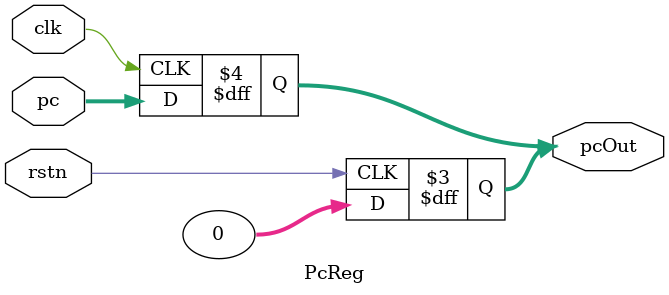
<source format=v>
module PcReg(pcOut, pc, clk, rstn);
   input [31:0] pc;
   input	clk, rstn;
   output reg [31:0] pcOut;

   always@(posedge clk)
     begin
	pcOut = pc;
     end

   always@(negedge rstn)
     begin
	pcOut = 0;
     end

endmodule // main

</source>
